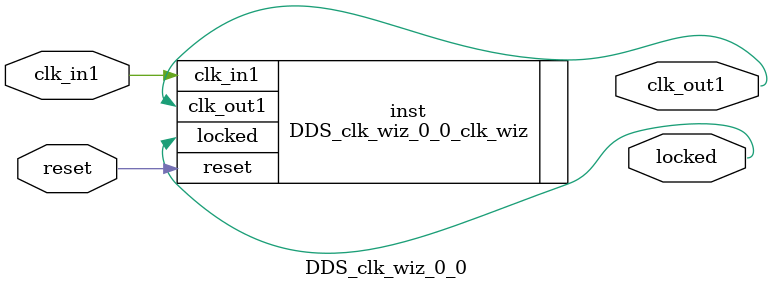
<source format=v>


`timescale 1ps/1ps

(* CORE_GENERATION_INFO = "DDS_clk_wiz_0_0,clk_wiz_v6_0_11_0_0,{component_name=DDS_clk_wiz_0_0,use_phase_alignment=true,use_min_o_jitter=false,use_max_i_jitter=false,use_dyn_phase_shift=false,use_inclk_switchover=false,use_dyn_reconfig=false,enable_axi=0,feedback_source=FDBK_AUTO,PRIMITIVE=MMCM,num_out_clk=1,clkin1_period=10.000,clkin2_period=10.000,use_power_down=false,use_reset=true,use_locked=true,use_inclk_stopped=false,feedback_type=SINGLE,CLOCK_MGR_TYPE=NA,manual_override=false}" *)

module DDS_clk_wiz_0_0 
 (
  // Clock out ports
  output        clk_out1,
  // Status and control signals
  input         reset,
  output        locked,
 // Clock in ports
  input         clk_in1
 );

  DDS_clk_wiz_0_0_clk_wiz inst
  (
  // Clock out ports  
  .clk_out1(clk_out1),
  // Status and control signals               
  .reset(reset), 
  .locked(locked),
 // Clock in ports
  .clk_in1(clk_in1)
  );

endmodule

</source>
